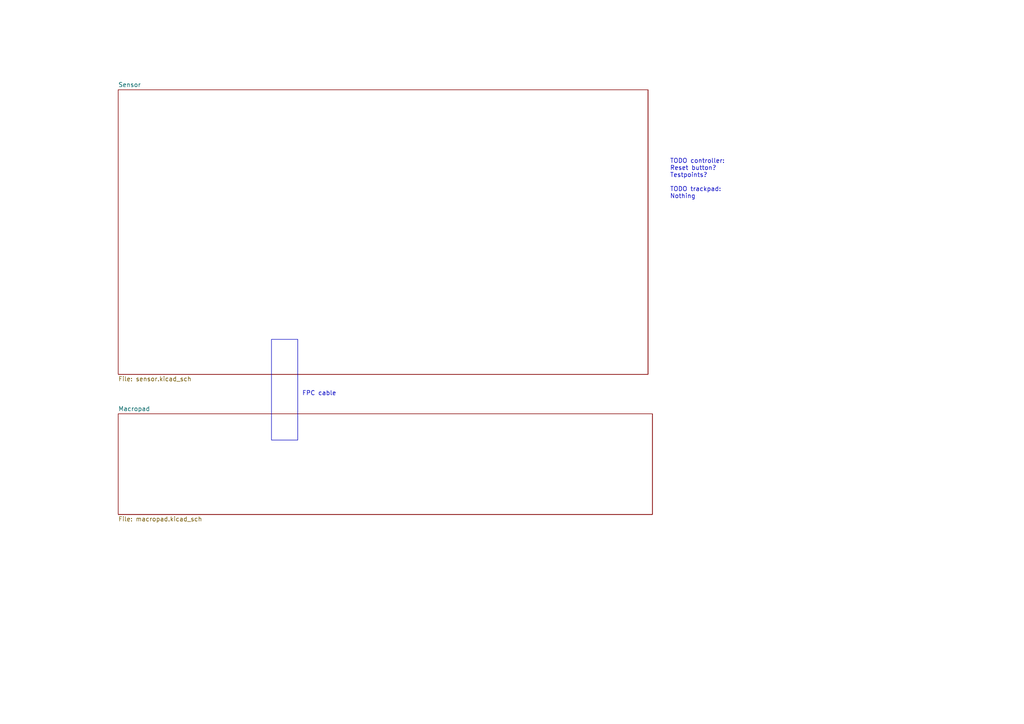
<source format=kicad_sch>
(kicad_sch (version 20230121) (generator eeschema)
  (paper "A4")
  (title_block (title "Trackpad") (date "2023-12-08") (rev "1") (company "George Norton"))
  (lib_symbols)
  (rectangle (start 78.74 98.425) (end 86.36 127.635))
  (text "TODO controller:\nReset button?\nTestpoints?\n\nTODO trackpad:\nNothing" (at 194.31 57.785 0) (effects (font (size 1.27 1.27)) (justify left bottom)))
  (text "FPC cable" (at 87.63 114.935 0) (effects (font (size 1.27 1.27)) (justify left bottom)))
  (sheet (at 34.29 26.035) (size 153.67 82.55) (stroke (width 0.1524))
    (property "Sheetname" "Sensor" (at 34.29 25.3234 0) (effects (justify left bottom)))
    (property "Sheetfile" "sensor.kicad_sch" (at 34.29 109.1696 0) (effects (justify left top)))
  )
  (sheet (at 34.29 120.015) (size 154.94 29.21) (stroke (width 0.1524))
    (property "Sheetname" "Macropad" (at 34.29 119.3034 0) (effects (justify left bottom)))
    (property "Sheetfile" "macropad.kicad_sch" (at 34.29 149.8096 0) (effects (justify left top)))
  )
)
</source>
